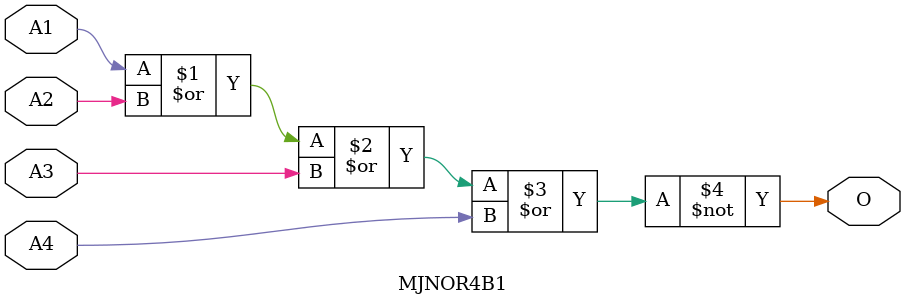
<source format=v>
module MJNOR4B1(A1, A2, A3, A4, O);
input   A1;
input   A2;
input   A3;
input   A4;
output  O;
nor g0(O, A1, A2, A3, A4);
endmodule
</source>
